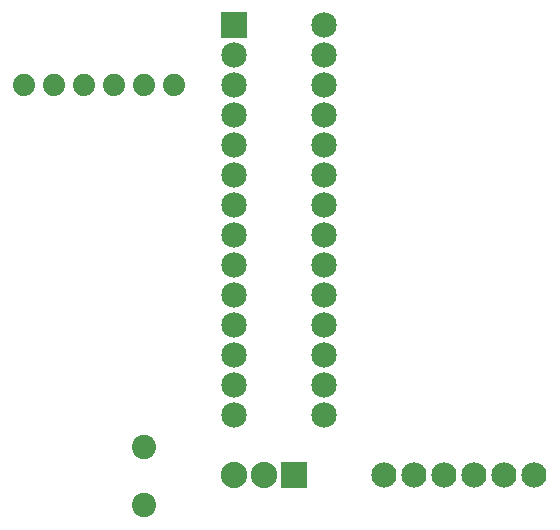
<source format=gbs>
G04 MADE WITH FRITZING*
G04 WWW.FRITZING.ORG*
G04 DOUBLE SIDED*
G04 HOLES PLATED*
G04 CONTOUR ON CENTER OF CONTOUR VECTOR*
%ASAXBY*%
%FSLAX23Y23*%
%MOIN*%
%OFA0B0*%
%SFA1.0B1.0*%
%ADD10C,0.074000*%
%ADD11C,0.080925*%
%ADD12C,0.080866*%
%ADD13C,0.088000*%
%ADD14C,0.084000*%
%ADD15C,0.085000*%
%ADD16R,0.088000X0.088000*%
%ADD17R,0.085000X0.085000*%
%LNMASK0*%
G90*
G70*
G54D10*
X129Y1552D03*
X229Y1552D03*
X329Y1552D03*
X429Y1552D03*
X529Y1552D03*
X629Y1552D03*
G54D11*
X529Y152D03*
G54D12*
X529Y345D03*
G54D13*
X1029Y252D03*
X929Y252D03*
X829Y252D03*
G54D14*
X1829Y252D03*
X1729Y252D03*
X1629Y252D03*
X1529Y252D03*
X1429Y252D03*
X1329Y252D03*
G54D15*
X829Y1752D03*
X1129Y1752D03*
X829Y1652D03*
X1129Y1652D03*
X829Y1552D03*
X1129Y1552D03*
X829Y1452D03*
X1129Y1452D03*
X829Y1352D03*
X1129Y1352D03*
X829Y1252D03*
X1129Y1252D03*
X829Y1152D03*
X1129Y1152D03*
X829Y1052D03*
X1129Y1052D03*
X829Y952D03*
X1129Y952D03*
X829Y852D03*
X1129Y852D03*
X829Y752D03*
X1129Y752D03*
X829Y652D03*
X1129Y652D03*
X829Y552D03*
X1129Y552D03*
X829Y452D03*
X1129Y452D03*
G54D16*
X1029Y252D03*
G54D17*
X829Y1752D03*
G04 End of Mask0*
M02*
</source>
